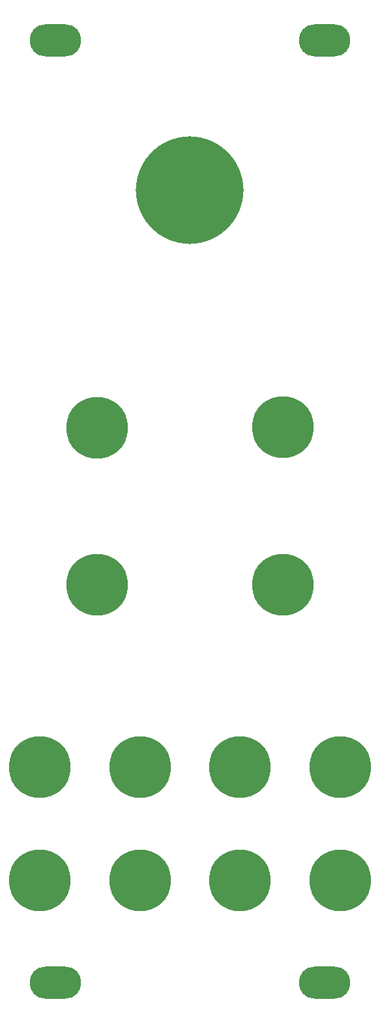
<source format=gbs>
G04 #@! TF.GenerationSoftware,KiCad,Pcbnew,9.0.4-9.0.4-0~ubuntu22.04.1*
G04 #@! TF.CreationDate,2025-10-19T11:48:11+01:00*
G04 #@! TF.ProjectId,CD40106_VCO,43443430-3130-4365-9f56-434f2e6b6963,rev?*
G04 #@! TF.SameCoordinates,Original*
G04 #@! TF.FileFunction,Soldermask,Bot*
G04 #@! TF.FilePolarity,Negative*
%FSLAX46Y46*%
G04 Gerber Fmt 4.6, Leading zero omitted, Abs format (unit mm)*
G04 Created by KiCad (PCBNEW 9.0.4-9.0.4-0~ubuntu22.04.1) date 2025-10-19 11:48:11*
%MOMM*%
%LPD*%
G01*
G04 APERTURE LIST*
%ADD10O,6.700000X4.200000*%
%ADD11C,8.000000*%
%ADD12C,14.000000*%
G04 APERTURE END LIST*
D10*
X184500000Y-30500000D03*
X219500000Y-30500000D03*
X219500000Y-153000000D03*
X184500000Y-153000000D03*
D11*
X208500000Y-139750000D03*
X189900000Y-101250000D03*
D12*
X202000000Y-50000000D03*
D11*
X182499999Y-125000000D03*
X195499999Y-125000000D03*
X214100000Y-101250000D03*
X214100000Y-80800000D03*
X195499999Y-139750000D03*
X221500000Y-125000000D03*
X208500000Y-125000000D03*
X182499999Y-139750000D03*
X189900000Y-80900000D03*
X221500000Y-139750000D03*
M02*

</source>
